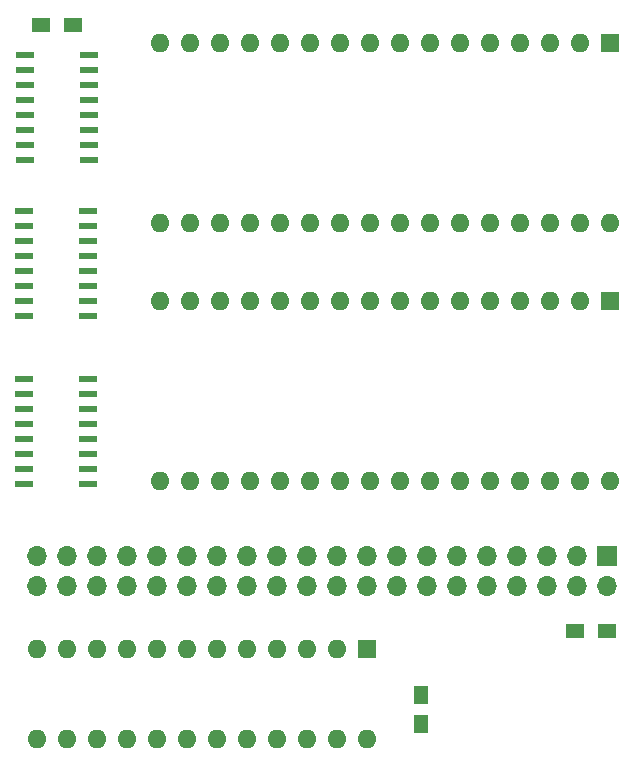
<source format=gts>
G04 #@! TF.FileFunction,Soldermask,Top*
%FSLAX46Y46*%
G04 Gerber Fmt 4.6, Leading zero omitted, Abs format (unit mm)*
G04 Created by KiCad (PCBNEW 4.0.7-e2-6376~58~ubuntu16.04.1) date Thu Mar 10 23:02:34 2022*
%MOMM*%
%LPD*%
G01*
G04 APERTURE LIST*
%ADD10C,0.100000*%
%ADD11R,1.250000X1.500000*%
%ADD12R,1.700000X1.700000*%
%ADD13O,1.700000X1.700000*%
%ADD14R,1.500000X1.300000*%
%ADD15R,1.500000X0.600000*%
%ADD16R,1.600000X1.600000*%
%ADD17O,1.600000X1.600000*%
G04 APERTURE END LIST*
D10*
D11*
X165862000Y-94214000D03*
X165862000Y-91714000D03*
D12*
X181610000Y-80010000D03*
D13*
X181610000Y-82550000D03*
X179070000Y-80010000D03*
X179070000Y-82550000D03*
X176530000Y-80010000D03*
X176530000Y-82550000D03*
X173990000Y-80010000D03*
X173990000Y-82550000D03*
X171450000Y-80010000D03*
X171450000Y-82550000D03*
X168910000Y-80010000D03*
X168910000Y-82550000D03*
X166370000Y-80010000D03*
X166370000Y-82550000D03*
X163830000Y-80010000D03*
X163830000Y-82550000D03*
X161290000Y-80010000D03*
X161290000Y-82550000D03*
X158750000Y-80010000D03*
X158750000Y-82550000D03*
X156210000Y-80010000D03*
X156210000Y-82550000D03*
X153670000Y-80010000D03*
X153670000Y-82550000D03*
X151130000Y-80010000D03*
X151130000Y-82550000D03*
X148590000Y-80010000D03*
X148590000Y-82550000D03*
X146050000Y-80010000D03*
X146050000Y-82550000D03*
X143510000Y-80010000D03*
X143510000Y-82550000D03*
X140970000Y-80010000D03*
X140970000Y-82550000D03*
X138430000Y-80010000D03*
X138430000Y-82550000D03*
X135890000Y-80010000D03*
X135890000Y-82550000D03*
X133350000Y-80010000D03*
X133350000Y-82550000D03*
D14*
X181610000Y-86360000D03*
X178910000Y-86360000D03*
X133698000Y-35052000D03*
X136398000Y-35052000D03*
D15*
X132268000Y-65024000D03*
X132268000Y-66294000D03*
X132268000Y-67564000D03*
X132268000Y-68834000D03*
X132268000Y-70104000D03*
X132268000Y-71374000D03*
X132268000Y-72644000D03*
X132268000Y-73914000D03*
X137668000Y-73914000D03*
X137668000Y-72644000D03*
X137668000Y-71374000D03*
X137668000Y-70104000D03*
X137668000Y-68834000D03*
X137668000Y-67564000D03*
X137668000Y-66294000D03*
X137668000Y-65024000D03*
X132334000Y-37592000D03*
X132334000Y-38862000D03*
X132334000Y-40132000D03*
X132334000Y-41402000D03*
X132334000Y-42672000D03*
X132334000Y-43942000D03*
X132334000Y-45212000D03*
X132334000Y-46482000D03*
X137734000Y-46482000D03*
X137734000Y-45212000D03*
X137734000Y-43942000D03*
X137734000Y-42672000D03*
X137734000Y-41402000D03*
X137734000Y-40132000D03*
X137734000Y-38862000D03*
X137734000Y-37592000D03*
D16*
X161290000Y-87884000D03*
D17*
X133350000Y-95504000D03*
X158750000Y-87884000D03*
X135890000Y-95504000D03*
X156210000Y-87884000D03*
X138430000Y-95504000D03*
X153670000Y-87884000D03*
X140970000Y-95504000D03*
X151130000Y-87884000D03*
X143510000Y-95504000D03*
X148590000Y-87884000D03*
X146050000Y-95504000D03*
X146050000Y-87884000D03*
X148590000Y-95504000D03*
X143510000Y-87884000D03*
X151130000Y-95504000D03*
X140970000Y-87884000D03*
X153670000Y-95504000D03*
X138430000Y-87884000D03*
X156210000Y-95504000D03*
X135890000Y-87884000D03*
X158750000Y-95504000D03*
X133350000Y-87884000D03*
X161290000Y-95504000D03*
D15*
X132268000Y-50800000D03*
X132268000Y-52070000D03*
X132268000Y-53340000D03*
X132268000Y-54610000D03*
X132268000Y-55880000D03*
X132268000Y-57150000D03*
X132268000Y-58420000D03*
X132268000Y-59690000D03*
X137668000Y-59690000D03*
X137668000Y-58420000D03*
X137668000Y-57150000D03*
X137668000Y-55880000D03*
X137668000Y-54610000D03*
X137668000Y-53340000D03*
X137668000Y-52070000D03*
X137668000Y-50800000D03*
D16*
X181864000Y-36576000D03*
D17*
X143764000Y-51816000D03*
X179324000Y-36576000D03*
X146304000Y-51816000D03*
X176784000Y-36576000D03*
X148844000Y-51816000D03*
X174244000Y-36576000D03*
X151384000Y-51816000D03*
X171704000Y-36576000D03*
X153924000Y-51816000D03*
X169164000Y-36576000D03*
X156464000Y-51816000D03*
X166624000Y-36576000D03*
X159004000Y-51816000D03*
X164084000Y-36576000D03*
X161544000Y-51816000D03*
X161544000Y-36576000D03*
X164084000Y-51816000D03*
X159004000Y-36576000D03*
X166624000Y-51816000D03*
X156464000Y-36576000D03*
X169164000Y-51816000D03*
X153924000Y-36576000D03*
X171704000Y-51816000D03*
X151384000Y-36576000D03*
X174244000Y-51816000D03*
X148844000Y-36576000D03*
X176784000Y-51816000D03*
X146304000Y-36576000D03*
X179324000Y-51816000D03*
X143764000Y-36576000D03*
X181864000Y-51816000D03*
D16*
X181864000Y-58420000D03*
D17*
X143764000Y-73660000D03*
X179324000Y-58420000D03*
X146304000Y-73660000D03*
X176784000Y-58420000D03*
X148844000Y-73660000D03*
X174244000Y-58420000D03*
X151384000Y-73660000D03*
X171704000Y-58420000D03*
X153924000Y-73660000D03*
X169164000Y-58420000D03*
X156464000Y-73660000D03*
X166624000Y-58420000D03*
X159004000Y-73660000D03*
X164084000Y-58420000D03*
X161544000Y-73660000D03*
X161544000Y-58420000D03*
X164084000Y-73660000D03*
X159004000Y-58420000D03*
X166624000Y-73660000D03*
X156464000Y-58420000D03*
X169164000Y-73660000D03*
X153924000Y-58420000D03*
X171704000Y-73660000D03*
X151384000Y-58420000D03*
X174244000Y-73660000D03*
X148844000Y-58420000D03*
X176784000Y-73660000D03*
X146304000Y-58420000D03*
X179324000Y-73660000D03*
X143764000Y-58420000D03*
X181864000Y-73660000D03*
M02*

</source>
